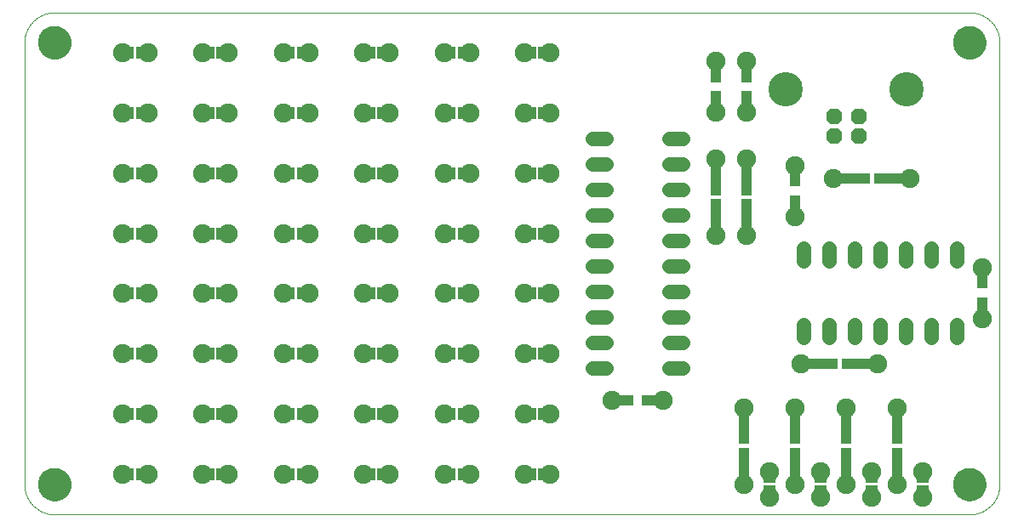
<source format=gts>
G75*
%MOIN*%
%OFA0B0*%
%FSLAX25Y25*%
%IPPOS*%
%LPD*%
%AMOC8*
5,1,8,0,0,1.08239X$1,22.5*
%
%ADD10C,0.00000*%
%ADD11C,0.12998*%
%ADD12R,0.04337X0.10636*%
%ADD13C,0.07487*%
%ADD14C,0.05600*%
%ADD15R,0.12998X0.04337*%
%ADD16OC8,0.06140*%
%ADD17C,0.13455*%
%ADD18R,0.05124X0.03353*%
%ADD19R,0.04337X0.12998*%
%ADD20R,0.03353X0.05124*%
%ADD21R,0.10636X0.04337*%
D10*
X0016354Y0004543D02*
X0374622Y0004543D01*
X0368323Y0016354D02*
X0368325Y0016512D01*
X0368331Y0016670D01*
X0368341Y0016828D01*
X0368355Y0016986D01*
X0368373Y0017143D01*
X0368394Y0017300D01*
X0368420Y0017456D01*
X0368450Y0017612D01*
X0368483Y0017767D01*
X0368521Y0017920D01*
X0368562Y0018073D01*
X0368607Y0018225D01*
X0368656Y0018376D01*
X0368709Y0018525D01*
X0368765Y0018673D01*
X0368825Y0018819D01*
X0368889Y0018964D01*
X0368957Y0019107D01*
X0369028Y0019249D01*
X0369102Y0019389D01*
X0369180Y0019526D01*
X0369262Y0019662D01*
X0369346Y0019796D01*
X0369435Y0019927D01*
X0369526Y0020056D01*
X0369621Y0020183D01*
X0369718Y0020308D01*
X0369819Y0020430D01*
X0369923Y0020549D01*
X0370030Y0020666D01*
X0370140Y0020780D01*
X0370253Y0020891D01*
X0370368Y0021000D01*
X0370486Y0021105D01*
X0370607Y0021207D01*
X0370730Y0021307D01*
X0370856Y0021403D01*
X0370984Y0021496D01*
X0371114Y0021586D01*
X0371247Y0021672D01*
X0371382Y0021756D01*
X0371518Y0021835D01*
X0371657Y0021912D01*
X0371798Y0021984D01*
X0371940Y0022054D01*
X0372084Y0022119D01*
X0372230Y0022181D01*
X0372377Y0022239D01*
X0372526Y0022294D01*
X0372676Y0022345D01*
X0372827Y0022392D01*
X0372979Y0022435D01*
X0373132Y0022474D01*
X0373287Y0022510D01*
X0373442Y0022541D01*
X0373598Y0022569D01*
X0373754Y0022593D01*
X0373911Y0022613D01*
X0374069Y0022629D01*
X0374226Y0022641D01*
X0374385Y0022649D01*
X0374543Y0022653D01*
X0374701Y0022653D01*
X0374859Y0022649D01*
X0375018Y0022641D01*
X0375175Y0022629D01*
X0375333Y0022613D01*
X0375490Y0022593D01*
X0375646Y0022569D01*
X0375802Y0022541D01*
X0375957Y0022510D01*
X0376112Y0022474D01*
X0376265Y0022435D01*
X0376417Y0022392D01*
X0376568Y0022345D01*
X0376718Y0022294D01*
X0376867Y0022239D01*
X0377014Y0022181D01*
X0377160Y0022119D01*
X0377304Y0022054D01*
X0377446Y0021984D01*
X0377587Y0021912D01*
X0377726Y0021835D01*
X0377862Y0021756D01*
X0377997Y0021672D01*
X0378130Y0021586D01*
X0378260Y0021496D01*
X0378388Y0021403D01*
X0378514Y0021307D01*
X0378637Y0021207D01*
X0378758Y0021105D01*
X0378876Y0021000D01*
X0378991Y0020891D01*
X0379104Y0020780D01*
X0379214Y0020666D01*
X0379321Y0020549D01*
X0379425Y0020430D01*
X0379526Y0020308D01*
X0379623Y0020183D01*
X0379718Y0020056D01*
X0379809Y0019927D01*
X0379898Y0019796D01*
X0379982Y0019662D01*
X0380064Y0019526D01*
X0380142Y0019389D01*
X0380216Y0019249D01*
X0380287Y0019107D01*
X0380355Y0018964D01*
X0380419Y0018819D01*
X0380479Y0018673D01*
X0380535Y0018525D01*
X0380588Y0018376D01*
X0380637Y0018225D01*
X0380682Y0018073D01*
X0380723Y0017920D01*
X0380761Y0017767D01*
X0380794Y0017612D01*
X0380824Y0017456D01*
X0380850Y0017300D01*
X0380871Y0017143D01*
X0380889Y0016986D01*
X0380903Y0016828D01*
X0380913Y0016670D01*
X0380919Y0016512D01*
X0380921Y0016354D01*
X0380919Y0016196D01*
X0380913Y0016038D01*
X0380903Y0015880D01*
X0380889Y0015722D01*
X0380871Y0015565D01*
X0380850Y0015408D01*
X0380824Y0015252D01*
X0380794Y0015096D01*
X0380761Y0014941D01*
X0380723Y0014788D01*
X0380682Y0014635D01*
X0380637Y0014483D01*
X0380588Y0014332D01*
X0380535Y0014183D01*
X0380479Y0014035D01*
X0380419Y0013889D01*
X0380355Y0013744D01*
X0380287Y0013601D01*
X0380216Y0013459D01*
X0380142Y0013319D01*
X0380064Y0013182D01*
X0379982Y0013046D01*
X0379898Y0012912D01*
X0379809Y0012781D01*
X0379718Y0012652D01*
X0379623Y0012525D01*
X0379526Y0012400D01*
X0379425Y0012278D01*
X0379321Y0012159D01*
X0379214Y0012042D01*
X0379104Y0011928D01*
X0378991Y0011817D01*
X0378876Y0011708D01*
X0378758Y0011603D01*
X0378637Y0011501D01*
X0378514Y0011401D01*
X0378388Y0011305D01*
X0378260Y0011212D01*
X0378130Y0011122D01*
X0377997Y0011036D01*
X0377862Y0010952D01*
X0377726Y0010873D01*
X0377587Y0010796D01*
X0377446Y0010724D01*
X0377304Y0010654D01*
X0377160Y0010589D01*
X0377014Y0010527D01*
X0376867Y0010469D01*
X0376718Y0010414D01*
X0376568Y0010363D01*
X0376417Y0010316D01*
X0376265Y0010273D01*
X0376112Y0010234D01*
X0375957Y0010198D01*
X0375802Y0010167D01*
X0375646Y0010139D01*
X0375490Y0010115D01*
X0375333Y0010095D01*
X0375175Y0010079D01*
X0375018Y0010067D01*
X0374859Y0010059D01*
X0374701Y0010055D01*
X0374543Y0010055D01*
X0374385Y0010059D01*
X0374226Y0010067D01*
X0374069Y0010079D01*
X0373911Y0010095D01*
X0373754Y0010115D01*
X0373598Y0010139D01*
X0373442Y0010167D01*
X0373287Y0010198D01*
X0373132Y0010234D01*
X0372979Y0010273D01*
X0372827Y0010316D01*
X0372676Y0010363D01*
X0372526Y0010414D01*
X0372377Y0010469D01*
X0372230Y0010527D01*
X0372084Y0010589D01*
X0371940Y0010654D01*
X0371798Y0010724D01*
X0371657Y0010796D01*
X0371518Y0010873D01*
X0371382Y0010952D01*
X0371247Y0011036D01*
X0371114Y0011122D01*
X0370984Y0011212D01*
X0370856Y0011305D01*
X0370730Y0011401D01*
X0370607Y0011501D01*
X0370486Y0011603D01*
X0370368Y0011708D01*
X0370253Y0011817D01*
X0370140Y0011928D01*
X0370030Y0012042D01*
X0369923Y0012159D01*
X0369819Y0012278D01*
X0369718Y0012400D01*
X0369621Y0012525D01*
X0369526Y0012652D01*
X0369435Y0012781D01*
X0369346Y0012912D01*
X0369262Y0013046D01*
X0369180Y0013182D01*
X0369102Y0013319D01*
X0369028Y0013459D01*
X0368957Y0013601D01*
X0368889Y0013744D01*
X0368825Y0013889D01*
X0368765Y0014035D01*
X0368709Y0014183D01*
X0368656Y0014332D01*
X0368607Y0014483D01*
X0368562Y0014635D01*
X0368521Y0014788D01*
X0368483Y0014941D01*
X0368450Y0015096D01*
X0368420Y0015252D01*
X0368394Y0015408D01*
X0368373Y0015565D01*
X0368355Y0015722D01*
X0368341Y0015880D01*
X0368331Y0016038D01*
X0368325Y0016196D01*
X0368323Y0016354D01*
X0374622Y0004543D02*
X0374907Y0004546D01*
X0375193Y0004557D01*
X0375478Y0004574D01*
X0375762Y0004598D01*
X0376046Y0004629D01*
X0376329Y0004667D01*
X0376610Y0004712D01*
X0376891Y0004763D01*
X0377171Y0004821D01*
X0377449Y0004886D01*
X0377725Y0004958D01*
X0377999Y0005036D01*
X0378272Y0005121D01*
X0378542Y0005213D01*
X0378810Y0005311D01*
X0379076Y0005415D01*
X0379339Y0005526D01*
X0379599Y0005643D01*
X0379857Y0005766D01*
X0380111Y0005896D01*
X0380362Y0006032D01*
X0380610Y0006173D01*
X0380854Y0006321D01*
X0381095Y0006474D01*
X0381331Y0006634D01*
X0381564Y0006799D01*
X0381793Y0006969D01*
X0382018Y0007145D01*
X0382238Y0007327D01*
X0382454Y0007513D01*
X0382665Y0007705D01*
X0382872Y0007902D01*
X0383074Y0008104D01*
X0383271Y0008311D01*
X0383463Y0008522D01*
X0383649Y0008738D01*
X0383831Y0008958D01*
X0384007Y0009183D01*
X0384177Y0009412D01*
X0384342Y0009645D01*
X0384502Y0009881D01*
X0384655Y0010122D01*
X0384803Y0010366D01*
X0384944Y0010614D01*
X0385080Y0010865D01*
X0385210Y0011119D01*
X0385333Y0011377D01*
X0385450Y0011637D01*
X0385561Y0011900D01*
X0385665Y0012166D01*
X0385763Y0012434D01*
X0385855Y0012704D01*
X0385940Y0012977D01*
X0386018Y0013251D01*
X0386090Y0013527D01*
X0386155Y0013805D01*
X0386213Y0014085D01*
X0386264Y0014366D01*
X0386309Y0014647D01*
X0386347Y0014930D01*
X0386378Y0015214D01*
X0386402Y0015498D01*
X0386419Y0015783D01*
X0386430Y0016069D01*
X0386433Y0016354D01*
X0386433Y0189583D01*
X0368323Y0189583D02*
X0368325Y0189741D01*
X0368331Y0189899D01*
X0368341Y0190057D01*
X0368355Y0190215D01*
X0368373Y0190372D01*
X0368394Y0190529D01*
X0368420Y0190685D01*
X0368450Y0190841D01*
X0368483Y0190996D01*
X0368521Y0191149D01*
X0368562Y0191302D01*
X0368607Y0191454D01*
X0368656Y0191605D01*
X0368709Y0191754D01*
X0368765Y0191902D01*
X0368825Y0192048D01*
X0368889Y0192193D01*
X0368957Y0192336D01*
X0369028Y0192478D01*
X0369102Y0192618D01*
X0369180Y0192755D01*
X0369262Y0192891D01*
X0369346Y0193025D01*
X0369435Y0193156D01*
X0369526Y0193285D01*
X0369621Y0193412D01*
X0369718Y0193537D01*
X0369819Y0193659D01*
X0369923Y0193778D01*
X0370030Y0193895D01*
X0370140Y0194009D01*
X0370253Y0194120D01*
X0370368Y0194229D01*
X0370486Y0194334D01*
X0370607Y0194436D01*
X0370730Y0194536D01*
X0370856Y0194632D01*
X0370984Y0194725D01*
X0371114Y0194815D01*
X0371247Y0194901D01*
X0371382Y0194985D01*
X0371518Y0195064D01*
X0371657Y0195141D01*
X0371798Y0195213D01*
X0371940Y0195283D01*
X0372084Y0195348D01*
X0372230Y0195410D01*
X0372377Y0195468D01*
X0372526Y0195523D01*
X0372676Y0195574D01*
X0372827Y0195621D01*
X0372979Y0195664D01*
X0373132Y0195703D01*
X0373287Y0195739D01*
X0373442Y0195770D01*
X0373598Y0195798D01*
X0373754Y0195822D01*
X0373911Y0195842D01*
X0374069Y0195858D01*
X0374226Y0195870D01*
X0374385Y0195878D01*
X0374543Y0195882D01*
X0374701Y0195882D01*
X0374859Y0195878D01*
X0375018Y0195870D01*
X0375175Y0195858D01*
X0375333Y0195842D01*
X0375490Y0195822D01*
X0375646Y0195798D01*
X0375802Y0195770D01*
X0375957Y0195739D01*
X0376112Y0195703D01*
X0376265Y0195664D01*
X0376417Y0195621D01*
X0376568Y0195574D01*
X0376718Y0195523D01*
X0376867Y0195468D01*
X0377014Y0195410D01*
X0377160Y0195348D01*
X0377304Y0195283D01*
X0377446Y0195213D01*
X0377587Y0195141D01*
X0377726Y0195064D01*
X0377862Y0194985D01*
X0377997Y0194901D01*
X0378130Y0194815D01*
X0378260Y0194725D01*
X0378388Y0194632D01*
X0378514Y0194536D01*
X0378637Y0194436D01*
X0378758Y0194334D01*
X0378876Y0194229D01*
X0378991Y0194120D01*
X0379104Y0194009D01*
X0379214Y0193895D01*
X0379321Y0193778D01*
X0379425Y0193659D01*
X0379526Y0193537D01*
X0379623Y0193412D01*
X0379718Y0193285D01*
X0379809Y0193156D01*
X0379898Y0193025D01*
X0379982Y0192891D01*
X0380064Y0192755D01*
X0380142Y0192618D01*
X0380216Y0192478D01*
X0380287Y0192336D01*
X0380355Y0192193D01*
X0380419Y0192048D01*
X0380479Y0191902D01*
X0380535Y0191754D01*
X0380588Y0191605D01*
X0380637Y0191454D01*
X0380682Y0191302D01*
X0380723Y0191149D01*
X0380761Y0190996D01*
X0380794Y0190841D01*
X0380824Y0190685D01*
X0380850Y0190529D01*
X0380871Y0190372D01*
X0380889Y0190215D01*
X0380903Y0190057D01*
X0380913Y0189899D01*
X0380919Y0189741D01*
X0380921Y0189583D01*
X0380919Y0189425D01*
X0380913Y0189267D01*
X0380903Y0189109D01*
X0380889Y0188951D01*
X0380871Y0188794D01*
X0380850Y0188637D01*
X0380824Y0188481D01*
X0380794Y0188325D01*
X0380761Y0188170D01*
X0380723Y0188017D01*
X0380682Y0187864D01*
X0380637Y0187712D01*
X0380588Y0187561D01*
X0380535Y0187412D01*
X0380479Y0187264D01*
X0380419Y0187118D01*
X0380355Y0186973D01*
X0380287Y0186830D01*
X0380216Y0186688D01*
X0380142Y0186548D01*
X0380064Y0186411D01*
X0379982Y0186275D01*
X0379898Y0186141D01*
X0379809Y0186010D01*
X0379718Y0185881D01*
X0379623Y0185754D01*
X0379526Y0185629D01*
X0379425Y0185507D01*
X0379321Y0185388D01*
X0379214Y0185271D01*
X0379104Y0185157D01*
X0378991Y0185046D01*
X0378876Y0184937D01*
X0378758Y0184832D01*
X0378637Y0184730D01*
X0378514Y0184630D01*
X0378388Y0184534D01*
X0378260Y0184441D01*
X0378130Y0184351D01*
X0377997Y0184265D01*
X0377862Y0184181D01*
X0377726Y0184102D01*
X0377587Y0184025D01*
X0377446Y0183953D01*
X0377304Y0183883D01*
X0377160Y0183818D01*
X0377014Y0183756D01*
X0376867Y0183698D01*
X0376718Y0183643D01*
X0376568Y0183592D01*
X0376417Y0183545D01*
X0376265Y0183502D01*
X0376112Y0183463D01*
X0375957Y0183427D01*
X0375802Y0183396D01*
X0375646Y0183368D01*
X0375490Y0183344D01*
X0375333Y0183324D01*
X0375175Y0183308D01*
X0375018Y0183296D01*
X0374859Y0183288D01*
X0374701Y0183284D01*
X0374543Y0183284D01*
X0374385Y0183288D01*
X0374226Y0183296D01*
X0374069Y0183308D01*
X0373911Y0183324D01*
X0373754Y0183344D01*
X0373598Y0183368D01*
X0373442Y0183396D01*
X0373287Y0183427D01*
X0373132Y0183463D01*
X0372979Y0183502D01*
X0372827Y0183545D01*
X0372676Y0183592D01*
X0372526Y0183643D01*
X0372377Y0183698D01*
X0372230Y0183756D01*
X0372084Y0183818D01*
X0371940Y0183883D01*
X0371798Y0183953D01*
X0371657Y0184025D01*
X0371518Y0184102D01*
X0371382Y0184181D01*
X0371247Y0184265D01*
X0371114Y0184351D01*
X0370984Y0184441D01*
X0370856Y0184534D01*
X0370730Y0184630D01*
X0370607Y0184730D01*
X0370486Y0184832D01*
X0370368Y0184937D01*
X0370253Y0185046D01*
X0370140Y0185157D01*
X0370030Y0185271D01*
X0369923Y0185388D01*
X0369819Y0185507D01*
X0369718Y0185629D01*
X0369621Y0185754D01*
X0369526Y0185881D01*
X0369435Y0186010D01*
X0369346Y0186141D01*
X0369262Y0186275D01*
X0369180Y0186411D01*
X0369102Y0186548D01*
X0369028Y0186688D01*
X0368957Y0186830D01*
X0368889Y0186973D01*
X0368825Y0187118D01*
X0368765Y0187264D01*
X0368709Y0187412D01*
X0368656Y0187561D01*
X0368607Y0187712D01*
X0368562Y0187864D01*
X0368521Y0188017D01*
X0368483Y0188170D01*
X0368450Y0188325D01*
X0368420Y0188481D01*
X0368394Y0188637D01*
X0368373Y0188794D01*
X0368355Y0188951D01*
X0368341Y0189109D01*
X0368331Y0189267D01*
X0368325Y0189425D01*
X0368323Y0189583D01*
X0374622Y0201394D02*
X0374907Y0201391D01*
X0375193Y0201380D01*
X0375478Y0201363D01*
X0375762Y0201339D01*
X0376046Y0201308D01*
X0376329Y0201270D01*
X0376610Y0201225D01*
X0376891Y0201174D01*
X0377171Y0201116D01*
X0377449Y0201051D01*
X0377725Y0200979D01*
X0377999Y0200901D01*
X0378272Y0200816D01*
X0378542Y0200724D01*
X0378810Y0200626D01*
X0379076Y0200522D01*
X0379339Y0200411D01*
X0379599Y0200294D01*
X0379857Y0200171D01*
X0380111Y0200041D01*
X0380362Y0199905D01*
X0380610Y0199764D01*
X0380854Y0199616D01*
X0381095Y0199463D01*
X0381331Y0199303D01*
X0381564Y0199138D01*
X0381793Y0198968D01*
X0382018Y0198792D01*
X0382238Y0198610D01*
X0382454Y0198424D01*
X0382665Y0198232D01*
X0382872Y0198035D01*
X0383074Y0197833D01*
X0383271Y0197626D01*
X0383463Y0197415D01*
X0383649Y0197199D01*
X0383831Y0196979D01*
X0384007Y0196754D01*
X0384177Y0196525D01*
X0384342Y0196292D01*
X0384502Y0196056D01*
X0384655Y0195815D01*
X0384803Y0195571D01*
X0384944Y0195323D01*
X0385080Y0195072D01*
X0385210Y0194818D01*
X0385333Y0194560D01*
X0385450Y0194300D01*
X0385561Y0194037D01*
X0385665Y0193771D01*
X0385763Y0193503D01*
X0385855Y0193233D01*
X0385940Y0192960D01*
X0386018Y0192686D01*
X0386090Y0192410D01*
X0386155Y0192132D01*
X0386213Y0191852D01*
X0386264Y0191571D01*
X0386309Y0191290D01*
X0386347Y0191007D01*
X0386378Y0190723D01*
X0386402Y0190439D01*
X0386419Y0190154D01*
X0386430Y0189868D01*
X0386433Y0189583D01*
X0374622Y0201394D02*
X0016354Y0201394D01*
X0010055Y0189583D02*
X0010057Y0189741D01*
X0010063Y0189899D01*
X0010073Y0190057D01*
X0010087Y0190215D01*
X0010105Y0190372D01*
X0010126Y0190529D01*
X0010152Y0190685D01*
X0010182Y0190841D01*
X0010215Y0190996D01*
X0010253Y0191149D01*
X0010294Y0191302D01*
X0010339Y0191454D01*
X0010388Y0191605D01*
X0010441Y0191754D01*
X0010497Y0191902D01*
X0010557Y0192048D01*
X0010621Y0192193D01*
X0010689Y0192336D01*
X0010760Y0192478D01*
X0010834Y0192618D01*
X0010912Y0192755D01*
X0010994Y0192891D01*
X0011078Y0193025D01*
X0011167Y0193156D01*
X0011258Y0193285D01*
X0011353Y0193412D01*
X0011450Y0193537D01*
X0011551Y0193659D01*
X0011655Y0193778D01*
X0011762Y0193895D01*
X0011872Y0194009D01*
X0011985Y0194120D01*
X0012100Y0194229D01*
X0012218Y0194334D01*
X0012339Y0194436D01*
X0012462Y0194536D01*
X0012588Y0194632D01*
X0012716Y0194725D01*
X0012846Y0194815D01*
X0012979Y0194901D01*
X0013114Y0194985D01*
X0013250Y0195064D01*
X0013389Y0195141D01*
X0013530Y0195213D01*
X0013672Y0195283D01*
X0013816Y0195348D01*
X0013962Y0195410D01*
X0014109Y0195468D01*
X0014258Y0195523D01*
X0014408Y0195574D01*
X0014559Y0195621D01*
X0014711Y0195664D01*
X0014864Y0195703D01*
X0015019Y0195739D01*
X0015174Y0195770D01*
X0015330Y0195798D01*
X0015486Y0195822D01*
X0015643Y0195842D01*
X0015801Y0195858D01*
X0015958Y0195870D01*
X0016117Y0195878D01*
X0016275Y0195882D01*
X0016433Y0195882D01*
X0016591Y0195878D01*
X0016750Y0195870D01*
X0016907Y0195858D01*
X0017065Y0195842D01*
X0017222Y0195822D01*
X0017378Y0195798D01*
X0017534Y0195770D01*
X0017689Y0195739D01*
X0017844Y0195703D01*
X0017997Y0195664D01*
X0018149Y0195621D01*
X0018300Y0195574D01*
X0018450Y0195523D01*
X0018599Y0195468D01*
X0018746Y0195410D01*
X0018892Y0195348D01*
X0019036Y0195283D01*
X0019178Y0195213D01*
X0019319Y0195141D01*
X0019458Y0195064D01*
X0019594Y0194985D01*
X0019729Y0194901D01*
X0019862Y0194815D01*
X0019992Y0194725D01*
X0020120Y0194632D01*
X0020246Y0194536D01*
X0020369Y0194436D01*
X0020490Y0194334D01*
X0020608Y0194229D01*
X0020723Y0194120D01*
X0020836Y0194009D01*
X0020946Y0193895D01*
X0021053Y0193778D01*
X0021157Y0193659D01*
X0021258Y0193537D01*
X0021355Y0193412D01*
X0021450Y0193285D01*
X0021541Y0193156D01*
X0021630Y0193025D01*
X0021714Y0192891D01*
X0021796Y0192755D01*
X0021874Y0192618D01*
X0021948Y0192478D01*
X0022019Y0192336D01*
X0022087Y0192193D01*
X0022151Y0192048D01*
X0022211Y0191902D01*
X0022267Y0191754D01*
X0022320Y0191605D01*
X0022369Y0191454D01*
X0022414Y0191302D01*
X0022455Y0191149D01*
X0022493Y0190996D01*
X0022526Y0190841D01*
X0022556Y0190685D01*
X0022582Y0190529D01*
X0022603Y0190372D01*
X0022621Y0190215D01*
X0022635Y0190057D01*
X0022645Y0189899D01*
X0022651Y0189741D01*
X0022653Y0189583D01*
X0022651Y0189425D01*
X0022645Y0189267D01*
X0022635Y0189109D01*
X0022621Y0188951D01*
X0022603Y0188794D01*
X0022582Y0188637D01*
X0022556Y0188481D01*
X0022526Y0188325D01*
X0022493Y0188170D01*
X0022455Y0188017D01*
X0022414Y0187864D01*
X0022369Y0187712D01*
X0022320Y0187561D01*
X0022267Y0187412D01*
X0022211Y0187264D01*
X0022151Y0187118D01*
X0022087Y0186973D01*
X0022019Y0186830D01*
X0021948Y0186688D01*
X0021874Y0186548D01*
X0021796Y0186411D01*
X0021714Y0186275D01*
X0021630Y0186141D01*
X0021541Y0186010D01*
X0021450Y0185881D01*
X0021355Y0185754D01*
X0021258Y0185629D01*
X0021157Y0185507D01*
X0021053Y0185388D01*
X0020946Y0185271D01*
X0020836Y0185157D01*
X0020723Y0185046D01*
X0020608Y0184937D01*
X0020490Y0184832D01*
X0020369Y0184730D01*
X0020246Y0184630D01*
X0020120Y0184534D01*
X0019992Y0184441D01*
X0019862Y0184351D01*
X0019729Y0184265D01*
X0019594Y0184181D01*
X0019458Y0184102D01*
X0019319Y0184025D01*
X0019178Y0183953D01*
X0019036Y0183883D01*
X0018892Y0183818D01*
X0018746Y0183756D01*
X0018599Y0183698D01*
X0018450Y0183643D01*
X0018300Y0183592D01*
X0018149Y0183545D01*
X0017997Y0183502D01*
X0017844Y0183463D01*
X0017689Y0183427D01*
X0017534Y0183396D01*
X0017378Y0183368D01*
X0017222Y0183344D01*
X0017065Y0183324D01*
X0016907Y0183308D01*
X0016750Y0183296D01*
X0016591Y0183288D01*
X0016433Y0183284D01*
X0016275Y0183284D01*
X0016117Y0183288D01*
X0015958Y0183296D01*
X0015801Y0183308D01*
X0015643Y0183324D01*
X0015486Y0183344D01*
X0015330Y0183368D01*
X0015174Y0183396D01*
X0015019Y0183427D01*
X0014864Y0183463D01*
X0014711Y0183502D01*
X0014559Y0183545D01*
X0014408Y0183592D01*
X0014258Y0183643D01*
X0014109Y0183698D01*
X0013962Y0183756D01*
X0013816Y0183818D01*
X0013672Y0183883D01*
X0013530Y0183953D01*
X0013389Y0184025D01*
X0013250Y0184102D01*
X0013114Y0184181D01*
X0012979Y0184265D01*
X0012846Y0184351D01*
X0012716Y0184441D01*
X0012588Y0184534D01*
X0012462Y0184630D01*
X0012339Y0184730D01*
X0012218Y0184832D01*
X0012100Y0184937D01*
X0011985Y0185046D01*
X0011872Y0185157D01*
X0011762Y0185271D01*
X0011655Y0185388D01*
X0011551Y0185507D01*
X0011450Y0185629D01*
X0011353Y0185754D01*
X0011258Y0185881D01*
X0011167Y0186010D01*
X0011078Y0186141D01*
X0010994Y0186275D01*
X0010912Y0186411D01*
X0010834Y0186548D01*
X0010760Y0186688D01*
X0010689Y0186830D01*
X0010621Y0186973D01*
X0010557Y0187118D01*
X0010497Y0187264D01*
X0010441Y0187412D01*
X0010388Y0187561D01*
X0010339Y0187712D01*
X0010294Y0187864D01*
X0010253Y0188017D01*
X0010215Y0188170D01*
X0010182Y0188325D01*
X0010152Y0188481D01*
X0010126Y0188637D01*
X0010105Y0188794D01*
X0010087Y0188951D01*
X0010073Y0189109D01*
X0010063Y0189267D01*
X0010057Y0189425D01*
X0010055Y0189583D01*
X0004543Y0189583D02*
X0004543Y0016354D01*
X0010055Y0016354D02*
X0010057Y0016512D01*
X0010063Y0016670D01*
X0010073Y0016828D01*
X0010087Y0016986D01*
X0010105Y0017143D01*
X0010126Y0017300D01*
X0010152Y0017456D01*
X0010182Y0017612D01*
X0010215Y0017767D01*
X0010253Y0017920D01*
X0010294Y0018073D01*
X0010339Y0018225D01*
X0010388Y0018376D01*
X0010441Y0018525D01*
X0010497Y0018673D01*
X0010557Y0018819D01*
X0010621Y0018964D01*
X0010689Y0019107D01*
X0010760Y0019249D01*
X0010834Y0019389D01*
X0010912Y0019526D01*
X0010994Y0019662D01*
X0011078Y0019796D01*
X0011167Y0019927D01*
X0011258Y0020056D01*
X0011353Y0020183D01*
X0011450Y0020308D01*
X0011551Y0020430D01*
X0011655Y0020549D01*
X0011762Y0020666D01*
X0011872Y0020780D01*
X0011985Y0020891D01*
X0012100Y0021000D01*
X0012218Y0021105D01*
X0012339Y0021207D01*
X0012462Y0021307D01*
X0012588Y0021403D01*
X0012716Y0021496D01*
X0012846Y0021586D01*
X0012979Y0021672D01*
X0013114Y0021756D01*
X0013250Y0021835D01*
X0013389Y0021912D01*
X0013530Y0021984D01*
X0013672Y0022054D01*
X0013816Y0022119D01*
X0013962Y0022181D01*
X0014109Y0022239D01*
X0014258Y0022294D01*
X0014408Y0022345D01*
X0014559Y0022392D01*
X0014711Y0022435D01*
X0014864Y0022474D01*
X0015019Y0022510D01*
X0015174Y0022541D01*
X0015330Y0022569D01*
X0015486Y0022593D01*
X0015643Y0022613D01*
X0015801Y0022629D01*
X0015958Y0022641D01*
X0016117Y0022649D01*
X0016275Y0022653D01*
X0016433Y0022653D01*
X0016591Y0022649D01*
X0016750Y0022641D01*
X0016907Y0022629D01*
X0017065Y0022613D01*
X0017222Y0022593D01*
X0017378Y0022569D01*
X0017534Y0022541D01*
X0017689Y0022510D01*
X0017844Y0022474D01*
X0017997Y0022435D01*
X0018149Y0022392D01*
X0018300Y0022345D01*
X0018450Y0022294D01*
X0018599Y0022239D01*
X0018746Y0022181D01*
X0018892Y0022119D01*
X0019036Y0022054D01*
X0019178Y0021984D01*
X0019319Y0021912D01*
X0019458Y0021835D01*
X0019594Y0021756D01*
X0019729Y0021672D01*
X0019862Y0021586D01*
X0019992Y0021496D01*
X0020120Y0021403D01*
X0020246Y0021307D01*
X0020369Y0021207D01*
X0020490Y0021105D01*
X0020608Y0021000D01*
X0020723Y0020891D01*
X0020836Y0020780D01*
X0020946Y0020666D01*
X0021053Y0020549D01*
X0021157Y0020430D01*
X0021258Y0020308D01*
X0021355Y0020183D01*
X0021450Y0020056D01*
X0021541Y0019927D01*
X0021630Y0019796D01*
X0021714Y0019662D01*
X0021796Y0019526D01*
X0021874Y0019389D01*
X0021948Y0019249D01*
X0022019Y0019107D01*
X0022087Y0018964D01*
X0022151Y0018819D01*
X0022211Y0018673D01*
X0022267Y0018525D01*
X0022320Y0018376D01*
X0022369Y0018225D01*
X0022414Y0018073D01*
X0022455Y0017920D01*
X0022493Y0017767D01*
X0022526Y0017612D01*
X0022556Y0017456D01*
X0022582Y0017300D01*
X0022603Y0017143D01*
X0022621Y0016986D01*
X0022635Y0016828D01*
X0022645Y0016670D01*
X0022651Y0016512D01*
X0022653Y0016354D01*
X0022651Y0016196D01*
X0022645Y0016038D01*
X0022635Y0015880D01*
X0022621Y0015722D01*
X0022603Y0015565D01*
X0022582Y0015408D01*
X0022556Y0015252D01*
X0022526Y0015096D01*
X0022493Y0014941D01*
X0022455Y0014788D01*
X0022414Y0014635D01*
X0022369Y0014483D01*
X0022320Y0014332D01*
X0022267Y0014183D01*
X0022211Y0014035D01*
X0022151Y0013889D01*
X0022087Y0013744D01*
X0022019Y0013601D01*
X0021948Y0013459D01*
X0021874Y0013319D01*
X0021796Y0013182D01*
X0021714Y0013046D01*
X0021630Y0012912D01*
X0021541Y0012781D01*
X0021450Y0012652D01*
X0021355Y0012525D01*
X0021258Y0012400D01*
X0021157Y0012278D01*
X0021053Y0012159D01*
X0020946Y0012042D01*
X0020836Y0011928D01*
X0020723Y0011817D01*
X0020608Y0011708D01*
X0020490Y0011603D01*
X0020369Y0011501D01*
X0020246Y0011401D01*
X0020120Y0011305D01*
X0019992Y0011212D01*
X0019862Y0011122D01*
X0019729Y0011036D01*
X0019594Y0010952D01*
X0019458Y0010873D01*
X0019319Y0010796D01*
X0019178Y0010724D01*
X0019036Y0010654D01*
X0018892Y0010589D01*
X0018746Y0010527D01*
X0018599Y0010469D01*
X0018450Y0010414D01*
X0018300Y0010363D01*
X0018149Y0010316D01*
X0017997Y0010273D01*
X0017844Y0010234D01*
X0017689Y0010198D01*
X0017534Y0010167D01*
X0017378Y0010139D01*
X0017222Y0010115D01*
X0017065Y0010095D01*
X0016907Y0010079D01*
X0016750Y0010067D01*
X0016591Y0010059D01*
X0016433Y0010055D01*
X0016275Y0010055D01*
X0016117Y0010059D01*
X0015958Y0010067D01*
X0015801Y0010079D01*
X0015643Y0010095D01*
X0015486Y0010115D01*
X0015330Y0010139D01*
X0015174Y0010167D01*
X0015019Y0010198D01*
X0014864Y0010234D01*
X0014711Y0010273D01*
X0014559Y0010316D01*
X0014408Y0010363D01*
X0014258Y0010414D01*
X0014109Y0010469D01*
X0013962Y0010527D01*
X0013816Y0010589D01*
X0013672Y0010654D01*
X0013530Y0010724D01*
X0013389Y0010796D01*
X0013250Y0010873D01*
X0013114Y0010952D01*
X0012979Y0011036D01*
X0012846Y0011122D01*
X0012716Y0011212D01*
X0012588Y0011305D01*
X0012462Y0011401D01*
X0012339Y0011501D01*
X0012218Y0011603D01*
X0012100Y0011708D01*
X0011985Y0011817D01*
X0011872Y0011928D01*
X0011762Y0012042D01*
X0011655Y0012159D01*
X0011551Y0012278D01*
X0011450Y0012400D01*
X0011353Y0012525D01*
X0011258Y0012652D01*
X0011167Y0012781D01*
X0011078Y0012912D01*
X0010994Y0013046D01*
X0010912Y0013182D01*
X0010834Y0013319D01*
X0010760Y0013459D01*
X0010689Y0013601D01*
X0010621Y0013744D01*
X0010557Y0013889D01*
X0010497Y0014035D01*
X0010441Y0014183D01*
X0010388Y0014332D01*
X0010339Y0014483D01*
X0010294Y0014635D01*
X0010253Y0014788D01*
X0010215Y0014941D01*
X0010182Y0015096D01*
X0010152Y0015252D01*
X0010126Y0015408D01*
X0010105Y0015565D01*
X0010087Y0015722D01*
X0010073Y0015880D01*
X0010063Y0016038D01*
X0010057Y0016196D01*
X0010055Y0016354D01*
X0004543Y0016354D02*
X0004546Y0016069D01*
X0004557Y0015783D01*
X0004574Y0015498D01*
X0004598Y0015214D01*
X0004629Y0014930D01*
X0004667Y0014647D01*
X0004712Y0014366D01*
X0004763Y0014085D01*
X0004821Y0013805D01*
X0004886Y0013527D01*
X0004958Y0013251D01*
X0005036Y0012977D01*
X0005121Y0012704D01*
X0005213Y0012434D01*
X0005311Y0012166D01*
X0005415Y0011900D01*
X0005526Y0011637D01*
X0005643Y0011377D01*
X0005766Y0011119D01*
X0005896Y0010865D01*
X0006032Y0010614D01*
X0006173Y0010366D01*
X0006321Y0010122D01*
X0006474Y0009881D01*
X0006634Y0009645D01*
X0006799Y0009412D01*
X0006969Y0009183D01*
X0007145Y0008958D01*
X0007327Y0008738D01*
X0007513Y0008522D01*
X0007705Y0008311D01*
X0007902Y0008104D01*
X0008104Y0007902D01*
X0008311Y0007705D01*
X0008522Y0007513D01*
X0008738Y0007327D01*
X0008958Y0007145D01*
X0009183Y0006969D01*
X0009412Y0006799D01*
X0009645Y0006634D01*
X0009881Y0006474D01*
X0010122Y0006321D01*
X0010366Y0006173D01*
X0010614Y0006032D01*
X0010865Y0005896D01*
X0011119Y0005766D01*
X0011377Y0005643D01*
X0011637Y0005526D01*
X0011900Y0005415D01*
X0012166Y0005311D01*
X0012434Y0005213D01*
X0012704Y0005121D01*
X0012977Y0005036D01*
X0013251Y0004958D01*
X0013527Y0004886D01*
X0013805Y0004821D01*
X0014085Y0004763D01*
X0014366Y0004712D01*
X0014647Y0004667D01*
X0014930Y0004629D01*
X0015214Y0004598D01*
X0015498Y0004574D01*
X0015783Y0004557D01*
X0016069Y0004546D01*
X0016354Y0004543D01*
X0004543Y0189583D02*
X0004546Y0189868D01*
X0004557Y0190154D01*
X0004574Y0190439D01*
X0004598Y0190723D01*
X0004629Y0191007D01*
X0004667Y0191290D01*
X0004712Y0191571D01*
X0004763Y0191852D01*
X0004821Y0192132D01*
X0004886Y0192410D01*
X0004958Y0192686D01*
X0005036Y0192960D01*
X0005121Y0193233D01*
X0005213Y0193503D01*
X0005311Y0193771D01*
X0005415Y0194037D01*
X0005526Y0194300D01*
X0005643Y0194560D01*
X0005766Y0194818D01*
X0005896Y0195072D01*
X0006032Y0195323D01*
X0006173Y0195571D01*
X0006321Y0195815D01*
X0006474Y0196056D01*
X0006634Y0196292D01*
X0006799Y0196525D01*
X0006969Y0196754D01*
X0007145Y0196979D01*
X0007327Y0197199D01*
X0007513Y0197415D01*
X0007705Y0197626D01*
X0007902Y0197833D01*
X0008104Y0198035D01*
X0008311Y0198232D01*
X0008522Y0198424D01*
X0008738Y0198610D01*
X0008958Y0198792D01*
X0009183Y0198968D01*
X0009412Y0199138D01*
X0009645Y0199303D01*
X0009881Y0199463D01*
X0010122Y0199616D01*
X0010366Y0199764D01*
X0010614Y0199905D01*
X0010865Y0200041D01*
X0011119Y0200171D01*
X0011377Y0200294D01*
X0011637Y0200411D01*
X0011900Y0200522D01*
X0012166Y0200626D01*
X0012434Y0200724D01*
X0012704Y0200816D01*
X0012977Y0200901D01*
X0013251Y0200979D01*
X0013527Y0201051D01*
X0013805Y0201116D01*
X0014085Y0201174D01*
X0014366Y0201225D01*
X0014647Y0201270D01*
X0014930Y0201308D01*
X0015214Y0201339D01*
X0015498Y0201363D01*
X0015783Y0201380D01*
X0016069Y0201391D01*
X0016354Y0201394D01*
D11*
X0016354Y0189583D03*
X0016354Y0016354D03*
X0374622Y0016354D03*
X0374622Y0189583D03*
D12*
X0306433Y0138480D03*
X0306433Y0124307D03*
X0287220Y0165173D03*
X0275409Y0165173D03*
X0275409Y0179346D03*
X0287220Y0179346D03*
X0379583Y0098480D03*
X0379583Y0084307D03*
D13*
X0379583Y0081394D03*
X0379583Y0101394D03*
X0351433Y0136394D03*
X0321433Y0136394D03*
X0306433Y0141394D03*
X0287220Y0143953D03*
X0275409Y0143953D03*
X0275409Y0162260D03*
X0287220Y0162260D03*
X0287220Y0182260D03*
X0275409Y0182260D03*
X0210331Y0185646D03*
X0200331Y0185646D03*
X0178835Y0185646D03*
X0168835Y0185646D03*
X0147339Y0185646D03*
X0137339Y0185646D03*
X0115843Y0185646D03*
X0105843Y0185646D03*
X0084346Y0185646D03*
X0074346Y0185646D03*
X0052850Y0185646D03*
X0042850Y0185646D03*
X0042850Y0162024D03*
X0052850Y0162024D03*
X0074346Y0162024D03*
X0084346Y0162024D03*
X0105843Y0162024D03*
X0115843Y0162024D03*
X0137339Y0162024D03*
X0147339Y0162024D03*
X0168835Y0162024D03*
X0178835Y0162024D03*
X0200331Y0162024D03*
X0210331Y0162024D03*
X0210331Y0138402D03*
X0200331Y0138402D03*
X0178835Y0138402D03*
X0168835Y0138402D03*
X0147339Y0138402D03*
X0137339Y0138402D03*
X0115843Y0138402D03*
X0105843Y0138402D03*
X0084346Y0138402D03*
X0074346Y0138402D03*
X0052850Y0138402D03*
X0042850Y0138402D03*
X0042850Y0114780D03*
X0052850Y0114780D03*
X0074346Y0114780D03*
X0084346Y0114780D03*
X0105843Y0114780D03*
X0115843Y0114780D03*
X0137339Y0114780D03*
X0147339Y0114780D03*
X0168835Y0114780D03*
X0178835Y0114780D03*
X0200331Y0114780D03*
X0210331Y0114780D03*
X0210331Y0091157D03*
X0200331Y0091157D03*
X0178835Y0091157D03*
X0168835Y0091157D03*
X0147339Y0091157D03*
X0137339Y0091157D03*
X0115843Y0091157D03*
X0105843Y0091157D03*
X0084346Y0091157D03*
X0074346Y0091157D03*
X0052850Y0091157D03*
X0042850Y0091157D03*
X0042850Y0067535D03*
X0052850Y0067535D03*
X0074346Y0067535D03*
X0084346Y0067535D03*
X0105843Y0067535D03*
X0115843Y0067535D03*
X0137339Y0067535D03*
X0147339Y0067535D03*
X0168835Y0067535D03*
X0178835Y0067535D03*
X0200331Y0067535D03*
X0210331Y0067535D03*
X0234701Y0049425D03*
X0254701Y0049425D03*
X0286433Y0046394D03*
X0306433Y0046394D03*
X0326433Y0046394D03*
X0346433Y0046394D03*
X0338795Y0063756D03*
X0308795Y0063756D03*
X0316433Y0021394D03*
X0306433Y0016394D03*
X0316433Y0011394D03*
X0326433Y0016394D03*
X0336433Y0021394D03*
X0346433Y0016394D03*
X0356433Y0021394D03*
X0356433Y0011394D03*
X0336433Y0011394D03*
X0296433Y0011394D03*
X0286433Y0016394D03*
X0296433Y0021394D03*
X0210331Y0020291D03*
X0200331Y0020291D03*
X0178835Y0020291D03*
X0168835Y0020291D03*
X0147339Y0020291D03*
X0137339Y0020291D03*
X0115843Y0020291D03*
X0105843Y0020291D03*
X0084346Y0020291D03*
X0074346Y0020291D03*
X0052850Y0020291D03*
X0042850Y0020291D03*
X0042850Y0043913D03*
X0052850Y0043913D03*
X0074346Y0043913D03*
X0084346Y0043913D03*
X0105843Y0043913D03*
X0115843Y0043913D03*
X0137339Y0043913D03*
X0147339Y0043913D03*
X0168835Y0043913D03*
X0178835Y0043913D03*
X0200331Y0043913D03*
X0210331Y0043913D03*
X0275409Y0113953D03*
X0287220Y0113953D03*
X0306433Y0121394D03*
D14*
X0309583Y0108994D02*
X0309583Y0103794D01*
X0319583Y0103794D02*
X0319583Y0108994D01*
X0329583Y0108994D02*
X0329583Y0103794D01*
X0339583Y0103794D02*
X0339583Y0108994D01*
X0349583Y0108994D02*
X0349583Y0103794D01*
X0359583Y0103794D02*
X0359583Y0108994D01*
X0369583Y0108994D02*
X0369583Y0103794D01*
X0369583Y0078994D02*
X0369583Y0073794D01*
X0359583Y0073794D02*
X0359583Y0078994D01*
X0349583Y0078994D02*
X0349583Y0073794D01*
X0339583Y0073794D02*
X0339583Y0078994D01*
X0329583Y0078994D02*
X0329583Y0073794D01*
X0319583Y0073794D02*
X0319583Y0078994D01*
X0309583Y0078994D02*
X0309583Y0073794D01*
X0262301Y0071906D02*
X0257101Y0071906D01*
X0257101Y0081906D02*
X0262301Y0081906D01*
X0262301Y0091906D02*
X0257101Y0091906D01*
X0257101Y0101906D02*
X0262301Y0101906D01*
X0262301Y0111906D02*
X0257101Y0111906D01*
X0257101Y0121906D02*
X0262301Y0121906D01*
X0262301Y0131906D02*
X0257101Y0131906D01*
X0257101Y0141906D02*
X0262301Y0141906D01*
X0262301Y0151906D02*
X0257101Y0151906D01*
X0232301Y0151906D02*
X0227101Y0151906D01*
X0227101Y0141906D02*
X0232301Y0141906D01*
X0232301Y0131906D02*
X0227101Y0131906D01*
X0227101Y0121906D02*
X0232301Y0121906D01*
X0232301Y0111906D02*
X0227101Y0111906D01*
X0227101Y0101906D02*
X0232301Y0101906D01*
X0232301Y0091906D02*
X0227101Y0091906D01*
X0227101Y0081906D02*
X0232301Y0081906D01*
X0232301Y0071906D02*
X0227101Y0071906D01*
X0227101Y0061906D02*
X0232301Y0061906D01*
X0257101Y0061906D02*
X0262301Y0061906D01*
D15*
X0316709Y0063756D03*
X0330882Y0063756D03*
X0329346Y0136394D03*
X0343520Y0136394D03*
D16*
X0331354Y0152850D03*
X0331354Y0160724D03*
X0321512Y0160724D03*
X0321512Y0152850D03*
D17*
X0302732Y0171394D03*
X0350134Y0171394D03*
D18*
X0356433Y0018480D03*
X0356433Y0014307D03*
X0336433Y0014307D03*
X0336433Y0018480D03*
X0316433Y0018480D03*
X0316433Y0014307D03*
X0296433Y0014307D03*
X0296433Y0018480D03*
D19*
X0286433Y0024307D03*
X0286433Y0038480D03*
X0306433Y0038480D03*
X0326433Y0038480D03*
X0346433Y0038480D03*
X0346433Y0024307D03*
X0326433Y0024307D03*
X0306433Y0024307D03*
X0287220Y0121866D03*
X0275409Y0121866D03*
X0275409Y0136039D03*
X0287220Y0136039D03*
D20*
X0207417Y0138402D03*
X0203244Y0138402D03*
X0175921Y0138402D03*
X0171748Y0138402D03*
X0144425Y0138402D03*
X0140252Y0138402D03*
X0112929Y0138402D03*
X0108756Y0138402D03*
X0081433Y0138402D03*
X0077260Y0138402D03*
X0049937Y0138402D03*
X0045764Y0138402D03*
X0045764Y0162024D03*
X0049937Y0162024D03*
X0077260Y0162024D03*
X0081433Y0162024D03*
X0108756Y0162024D03*
X0112929Y0162024D03*
X0140252Y0162024D03*
X0144425Y0162024D03*
X0171748Y0162024D03*
X0175921Y0162024D03*
X0203244Y0162024D03*
X0207417Y0162024D03*
X0207417Y0185646D03*
X0203244Y0185646D03*
X0175921Y0185646D03*
X0171748Y0185646D03*
X0144425Y0185646D03*
X0140252Y0185646D03*
X0112929Y0185646D03*
X0108756Y0185646D03*
X0081433Y0185646D03*
X0077260Y0185646D03*
X0049937Y0185646D03*
X0045764Y0185646D03*
X0045764Y0114780D03*
X0049937Y0114780D03*
X0077260Y0114780D03*
X0081433Y0114780D03*
X0108756Y0114780D03*
X0112929Y0114780D03*
X0140252Y0114780D03*
X0144425Y0114780D03*
X0171748Y0114780D03*
X0175921Y0114780D03*
X0203244Y0114780D03*
X0207417Y0114780D03*
X0207417Y0091157D03*
X0203244Y0091157D03*
X0175921Y0091157D03*
X0171748Y0091157D03*
X0144425Y0091157D03*
X0140252Y0091157D03*
X0112929Y0091157D03*
X0108756Y0091157D03*
X0081433Y0091157D03*
X0077260Y0091157D03*
X0049937Y0091157D03*
X0045764Y0091157D03*
X0045764Y0067535D03*
X0049937Y0067535D03*
X0077260Y0067535D03*
X0081433Y0067535D03*
X0108756Y0067535D03*
X0112929Y0067535D03*
X0140252Y0067535D03*
X0144425Y0067535D03*
X0171748Y0067535D03*
X0175921Y0067535D03*
X0203244Y0067535D03*
X0207417Y0067535D03*
X0207417Y0043913D03*
X0203244Y0043913D03*
X0175921Y0043913D03*
X0171748Y0043913D03*
X0144425Y0043913D03*
X0140252Y0043913D03*
X0112929Y0043913D03*
X0108756Y0043913D03*
X0081433Y0043913D03*
X0077260Y0043913D03*
X0049937Y0043913D03*
X0045764Y0043913D03*
X0045764Y0020291D03*
X0049937Y0020291D03*
X0077260Y0020291D03*
X0081433Y0020291D03*
X0108756Y0020291D03*
X0112929Y0020291D03*
X0140252Y0020291D03*
X0144425Y0020291D03*
X0171748Y0020291D03*
X0175921Y0020291D03*
X0203244Y0020291D03*
X0207417Y0020291D03*
D21*
X0237614Y0049425D03*
X0251787Y0049425D03*
M02*

</source>
